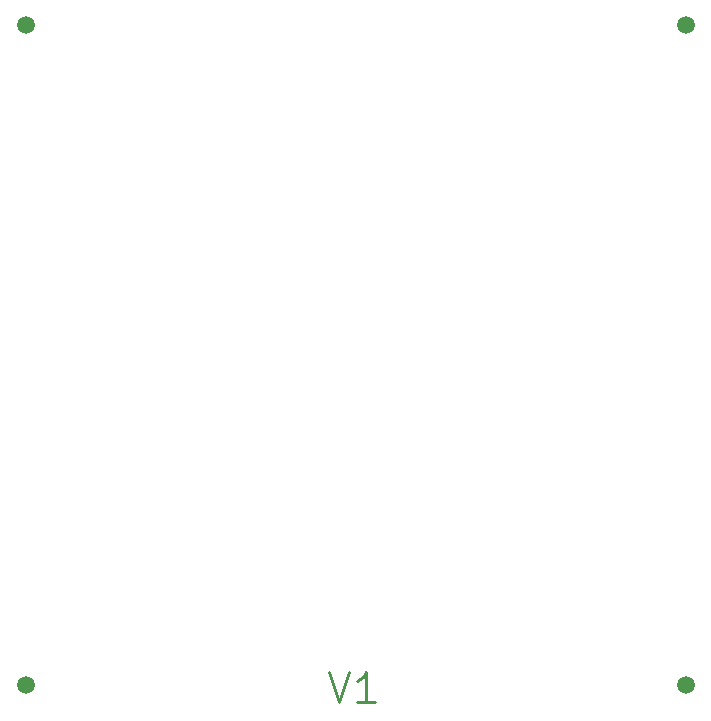
<source format=gbr>
G04 #@! TF.GenerationSoftware,KiCad,Pcbnew,(5.0.1)-4*
G04 #@! TF.CreationDate,2019-02-28T18:36:34-05:00*
G04 #@! TF.ProjectId,km-skillz-badge-kit-front,6B6D2D736B696C6C7A2D62616467652D,rev?*
G04 #@! TF.SameCoordinates,Original*
G04 #@! TF.FileFunction,Copper,L2,Bot,Signal*
G04 #@! TF.FilePolarity,Positive*
%FSLAX46Y46*%
G04 Gerber Fmt 4.6, Leading zero omitted, Abs format (unit mm)*
G04 Created by KiCad (PCBNEW (5.0.1)-4) date 2/28/2019 6:36:34 PM*
%MOMM*%
%LPD*%
G01*
G04 APERTURE LIST*
G04 #@! TA.AperFunction,NonConductor*
%ADD10C,0.254000*%
G04 #@! TD*
G04 #@! TA.AperFunction,ComponentPad*
%ADD11C,1.500000*%
G04 #@! TD*
G04 APERTURE END LIST*
D10*
X148210209Y-110648447D02*
X149056876Y-113188447D01*
X149903542Y-110648447D01*
X152080685Y-113188447D02*
X150629257Y-113188447D01*
X151354971Y-113188447D02*
X151354971Y-110648447D01*
X151113066Y-111011304D01*
X150871161Y-111253209D01*
X150629257Y-111374161D01*
D11*
G04 #@! TO.P,REF\002A\002A,1*
G04 #@! TO.N,N/C*
X122555000Y-111760000D03*
G04 #@! TD*
G04 #@! TO.P,REF\002A\002A,1*
G04 #@! TO.N,N/C*
X178435000Y-111760000D03*
G04 #@! TD*
G04 #@! TO.P,REF\002A\002A,1*
G04 #@! TO.N,N/C*
X122555000Y-55880000D03*
G04 #@! TD*
G04 #@! TO.P,REF\002A\002A,1*
G04 #@! TO.N,N/C*
X178435000Y-55880000D03*
G04 #@! TD*
M02*

</source>
